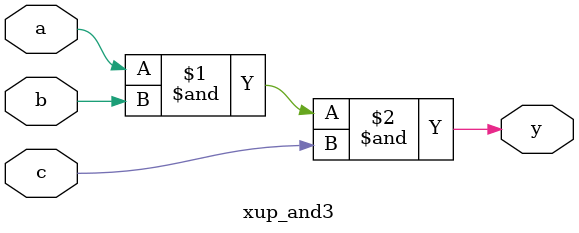
<source format=v>
`timescale 1ns / 1ps
module xup_and3 #(parameter DELAY=3)(
    input wire a,
    input wire b,
    input wire c,
    output wire y
    );
    
    and #DELAY (y,a,b,c);
    
endmodule

</source>
